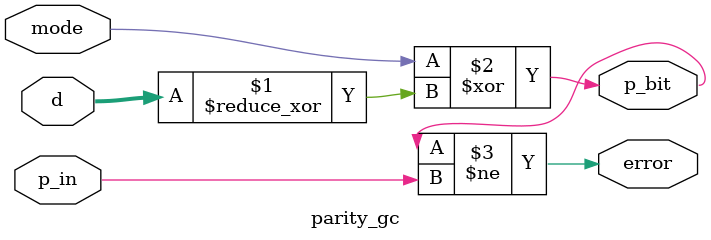
<source format=v>
module parity_gc(d,mode,p_in,p_bit,error);
//port declaration
input [3:0]d; //4-bit input data
input mode;  
input p_in;
output p_bit;
output error;
assign p_bit = mode ^ (^d);
assign error = (p_bit != p_in);
//end of the module
endmodule

</source>
